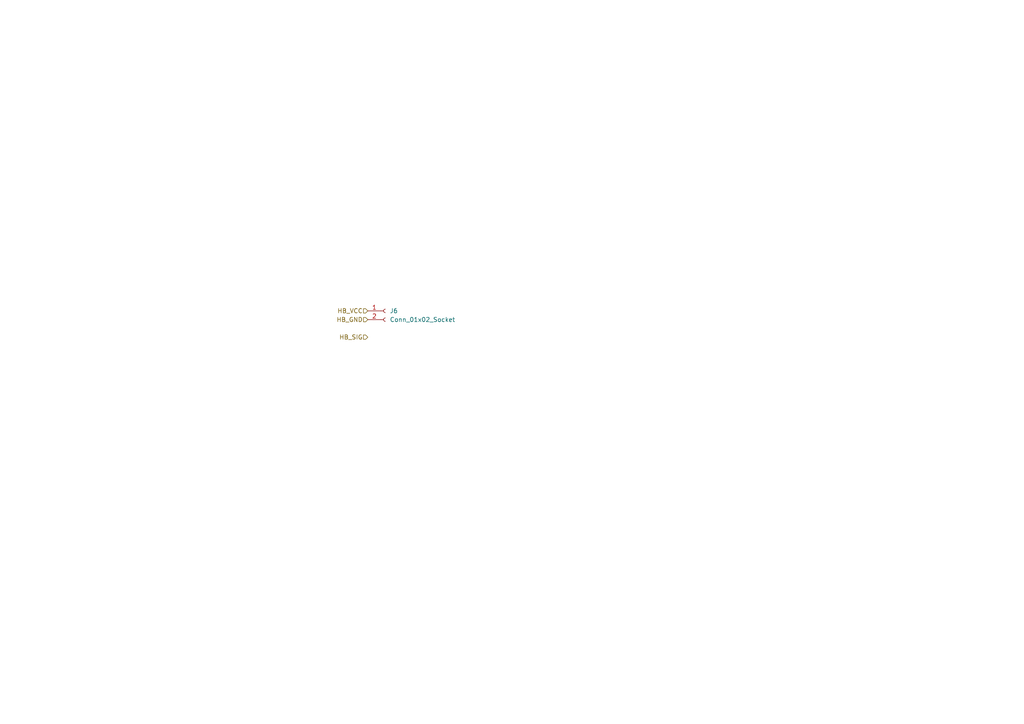
<source format=kicad_sch>
(kicad_sch (version 20250114) (generator "eeschema") (generator_version "9.0")
  (paper "A4")
  (lib_symbols
    (symbol "Connector:Conn_01x02_Socket" (pin_names (offset 1.016) (hide yes))
      (property "Reference" "J" (at 0 2.54 0))
      (property "Value" "Conn_01x02_Socket" (at 0 -5.08 0))
      (symbol "Conn_01x02_Socket_1_1"
        (polyline (pts (xy -1.27 0) (xy -0.508 0)) (stroke (width 0.1524)))
        (polyline (pts (xy -1.27 -2.54) (xy -0.508 -2.54)) (stroke (width 0.1524)))
        (arc (start 0 -0.508) (mid -0.5058 0) (end 0 0.508) (stroke (width 0.1524)))
        (arc (start 0 -3.048) (mid -0.5058 -2.54) (end 0 -2.032) (stroke (width 0.1524)))
        (pin passive line (at -5.08 0 0) (length 3.81) (name "Pin_1") (number "1"))
        (pin passive line (at -5.08 -2.54 0) (length 3.81) (name "Pin_2") (number "2"))
      )
    )
  )
  (hierarchical_label "HB_SIG" (shape input) (at 106.68 97.79 180))
  (hierarchical_label "HB_VCC" (shape input) (at 106.68 90.17 180))
  (hierarchical_label "HB_GND" (shape input) (at 106.68 92.71 180))
  (symbol (lib_id "Connector:Conn_01x02_Socket") (at 111.76 90.17 0) (unit 1)
    (property "Reference" "J6" (at 113.03 90.1699 0) (effects (justify left)))
    (property "Value" "Conn_01x02_Socket" (at 113.03 92.7099 0) (effects (justify left)))
    (property "Description" "Generic connector, single row, 01x02, script generated" (effects (hide yes)))
  )
)
</source>
